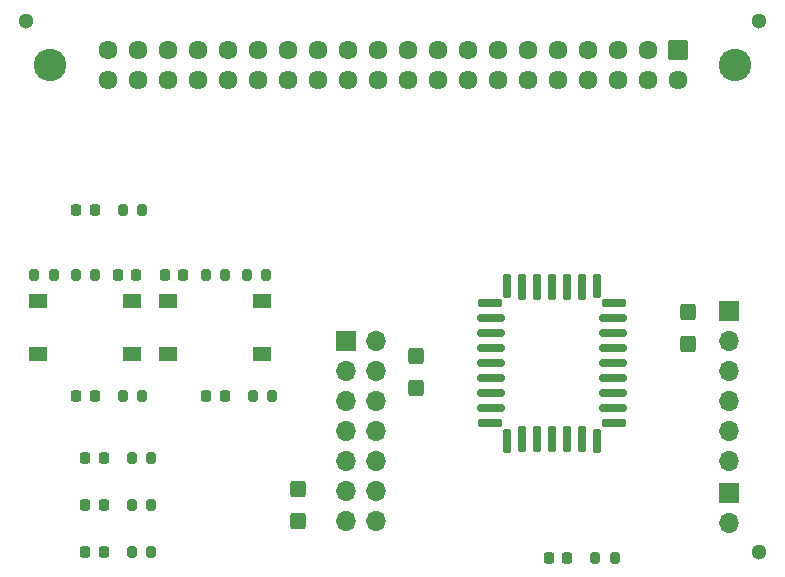
<source format=gts>
%TF.GenerationSoftware,KiCad,Pcbnew,(6.0.2)*%
%TF.CreationDate,2022-08-14T15:00:56-07:00*%
%TF.ProjectId,RaspberryPIZero-small,52617370-6265-4727-9279-50495a65726f,rev?*%
%TF.SameCoordinates,Original*%
%TF.FileFunction,Soldermask,Top*%
%TF.FilePolarity,Negative*%
%FSLAX46Y46*%
G04 Gerber Fmt 4.6, Leading zero omitted, Abs format (unit mm)*
G04 Created by KiCad (PCBNEW (6.0.2)) date 2022-08-14 15:00:56*
%MOMM*%
%LPD*%
G01*
G04 APERTURE LIST*
G04 Aperture macros list*
%AMRoundRect*
0 Rectangle with rounded corners*
0 $1 Rounding radius*
0 $2 $3 $4 $5 $6 $7 $8 $9 X,Y pos of 4 corners*
0 Add a 4 corners polygon primitive as box body*
4,1,4,$2,$3,$4,$5,$6,$7,$8,$9,$2,$3,0*
0 Add four circle primitives for the rounded corners*
1,1,$1+$1,$2,$3*
1,1,$1+$1,$4,$5*
1,1,$1+$1,$6,$7*
1,1,$1+$1,$8,$9*
0 Add four rect primitives between the rounded corners*
20,1,$1+$1,$2,$3,$4,$5,0*
20,1,$1+$1,$4,$5,$6,$7,0*
20,1,$1+$1,$6,$7,$8,$9,0*
20,1,$1+$1,$8,$9,$2,$3,0*%
G04 Aperture macros list end*
%ADD10R,1.700000X1.700000*%
%ADD11O,1.700000X1.700000*%
%ADD12RoundRect,0.150000X-0.150000X-0.987500X0.150000X-0.987500X0.150000X0.987500X-0.150000X0.987500X0*%
%ADD13RoundRect,0.150000X-0.150000X-0.887500X0.150000X-0.887500X0.150000X0.887500X-0.150000X0.887500X0*%
%ADD14RoundRect,0.150000X-0.900000X-0.150000X0.900000X-0.150000X0.900000X0.150000X-0.900000X0.150000X0*%
%ADD15RoundRect,0.152500X-0.997500X-0.152500X0.997500X-0.152500X0.997500X0.152500X-0.997500X0.152500X0*%
%ADD16RoundRect,0.150000X-1.000000X-0.150000X1.000000X-0.150000X1.000000X0.150000X-1.000000X0.150000X0*%
%ADD17R,1.550000X1.300000*%
%ADD18RoundRect,0.218750X0.218750X0.256250X-0.218750X0.256250X-0.218750X-0.256250X0.218750X-0.256250X0*%
%ADD19C,1.300000*%
%ADD20RoundRect,0.225000X0.225000X0.250000X-0.225000X0.250000X-0.225000X-0.250000X0.225000X-0.250000X0*%
%ADD21C,2.750000*%
%ADD22RoundRect,0.050800X0.754000X0.754000X-0.754000X0.754000X-0.754000X-0.754000X0.754000X-0.754000X0*%
%ADD23C,1.609600*%
%ADD24RoundRect,0.200000X0.200000X0.275000X-0.200000X0.275000X-0.200000X-0.275000X0.200000X-0.275000X0*%
%ADD25RoundRect,0.250000X-0.425000X0.450000X-0.425000X-0.450000X0.425000X-0.450000X0.425000X0.450000X0*%
%ADD26RoundRect,0.225000X-0.225000X-0.250000X0.225000X-0.250000X0.225000X0.250000X-0.225000X0.250000X0*%
%ADD27RoundRect,0.250000X0.425000X-0.450000X0.425000X0.450000X-0.425000X0.450000X-0.425000X-0.450000X0*%
%ADD28RoundRect,0.200000X-0.200000X-0.275000X0.200000X-0.275000X0.200000X0.275000X-0.200000X0.275000X0*%
G04 APERTURE END LIST*
D10*
%TO.C,J3*%
X77075198Y-75145000D03*
D11*
X79615198Y-75145000D03*
X77075198Y-77685000D03*
X79615198Y-77685000D03*
X77075198Y-80225000D03*
X79615198Y-80225000D03*
X77075198Y-82765000D03*
X79615198Y-82765000D03*
X77075198Y-85305000D03*
X79615198Y-85305000D03*
X77075198Y-87845000D03*
X79615198Y-87845000D03*
X77075198Y-90385000D03*
X79615198Y-90385000D03*
%TD*%
D10*
%TO.C,J2*%
X109460198Y-72605000D03*
D11*
X109460198Y-75145000D03*
X109460198Y-77685000D03*
X109460198Y-80225000D03*
X109460198Y-82765000D03*
X109460198Y-85305000D03*
%TD*%
D10*
%TO.C,J1*%
X109460198Y-88002481D03*
D11*
X109460198Y-90542481D03*
%TD*%
D12*
%TO.C,U1*%
X94500000Y-70562500D03*
X93230000Y-70562500D03*
X91960000Y-70562500D03*
D13*
X90690000Y-70462500D03*
D14*
X89250000Y-71920000D03*
D15*
X89350000Y-73195000D03*
D16*
X89350000Y-74460000D03*
X89350000Y-75730000D03*
X89350000Y-77000000D03*
X89350000Y-78270000D03*
X89350000Y-79540000D03*
X89350000Y-80810000D03*
D14*
X89250000Y-82080000D03*
D13*
X90690000Y-83537500D03*
D12*
X91960000Y-83437500D03*
X93230000Y-83437500D03*
X94500000Y-83437500D03*
X95770000Y-83437500D03*
X97040000Y-83437500D03*
D13*
X98310000Y-83537500D03*
D14*
X99750000Y-82080000D03*
D16*
X99650000Y-80810000D03*
X99650000Y-79540000D03*
X99650000Y-78270000D03*
X99650000Y-77000000D03*
X99650000Y-75730000D03*
X99650000Y-74460000D03*
D15*
X99650000Y-73195000D03*
D14*
X99750000Y-71920000D03*
D13*
X98310000Y-70462500D03*
D12*
X97040000Y-70562500D03*
X95770000Y-70562500D03*
%TD*%
D17*
%TO.C,SW2*%
X69980000Y-76250000D03*
X62020000Y-76250000D03*
X69980000Y-71750000D03*
X62020000Y-71750000D03*
%TD*%
D18*
%TO.C,D6*%
X55787500Y-79750000D03*
X54212500Y-79750000D03*
%TD*%
D17*
%TO.C,SW1*%
X51020000Y-76250000D03*
X58980000Y-76250000D03*
X51020000Y-71750000D03*
X58980000Y-71750000D03*
%TD*%
D19*
%TO.C,REF\u002A\u002A*%
X50000000Y-48000000D03*
%TD*%
D18*
%TO.C,D7*%
X66787500Y-79750000D03*
X65212500Y-79750000D03*
%TD*%
D20*
%TO.C,C5*%
X59275000Y-69500000D03*
X57725000Y-69500000D03*
%TD*%
D19*
%TO.C,REF\u002A\u002A*%
X112000000Y-93000000D03*
%TD*%
D18*
%TO.C,D1*%
X56537500Y-85000000D03*
X54962500Y-85000000D03*
%TD*%
D21*
%TO.C,RPI_ZERO1*%
X110000000Y-51750000D03*
X52000000Y-51750000D03*
D22*
X105130000Y-50480000D03*
D23*
X105130000Y-53020000D03*
X102590000Y-50480000D03*
X102590000Y-53020000D03*
X100050000Y-50480000D03*
X100050000Y-53020000D03*
X97510000Y-50480000D03*
X97510000Y-53020000D03*
X94970000Y-50480000D03*
X94970000Y-53020000D03*
X92430000Y-50480000D03*
X92430000Y-53020000D03*
X89890000Y-50480000D03*
X89890000Y-53020000D03*
X87350000Y-50480000D03*
X87350000Y-53020000D03*
X84810000Y-50480000D03*
X84810000Y-53020000D03*
X82270000Y-50480000D03*
X82270000Y-53020000D03*
X79730000Y-50480000D03*
X79730000Y-53020000D03*
X77190000Y-50480000D03*
X77190000Y-53020000D03*
X74650000Y-50480000D03*
X74650000Y-53020000D03*
X72110000Y-50480000D03*
X72110000Y-53020000D03*
X69570000Y-50480000D03*
X69570000Y-53020000D03*
X67030000Y-50480000D03*
X67030000Y-53020000D03*
X64490000Y-50480000D03*
X64490000Y-53020000D03*
X61950000Y-50480000D03*
X61950000Y-53020000D03*
X59410000Y-50480000D03*
X59410000Y-53020000D03*
X56870000Y-50480000D03*
X56870000Y-53020000D03*
%TD*%
D24*
%TO.C,R2*%
X60575000Y-89000000D03*
X58925000Y-89000000D03*
%TD*%
D18*
%TO.C,D3*%
X56537500Y-93000000D03*
X54962500Y-93000000D03*
%TD*%
D25*
%TO.C,C2*%
X106000000Y-72650000D03*
X106000000Y-75350000D03*
%TD*%
D24*
%TO.C,R11*%
X70825000Y-79750000D03*
X69175000Y-79750000D03*
%TD*%
D26*
%TO.C,C4*%
X61725000Y-69500000D03*
X63275000Y-69500000D03*
%TD*%
D27*
%TO.C,C3*%
X83000000Y-79100000D03*
X83000000Y-76400000D03*
%TD*%
D24*
%TO.C,R5*%
X99825000Y-93450000D03*
X98175000Y-93450000D03*
%TD*%
D18*
%TO.C,D5*%
X95787500Y-93450000D03*
X94212500Y-93450000D03*
%TD*%
D24*
%TO.C,R4*%
X59825000Y-64000000D03*
X58175000Y-64000000D03*
%TD*%
%TO.C,R6*%
X52325000Y-69500000D03*
X50675000Y-69500000D03*
%TD*%
D28*
%TO.C,R7*%
X68675000Y-69500000D03*
X70325000Y-69500000D03*
%TD*%
D24*
%TO.C,R3*%
X60575000Y-93000000D03*
X58925000Y-93000000D03*
%TD*%
%TO.C,R10*%
X59825000Y-79750000D03*
X58175000Y-79750000D03*
%TD*%
D18*
%TO.C,D2*%
X56537500Y-89000000D03*
X54962500Y-89000000D03*
%TD*%
D28*
%TO.C,R8*%
X54175000Y-69500000D03*
X55825000Y-69500000D03*
%TD*%
D24*
%TO.C,R9*%
X66825000Y-69500000D03*
X65175000Y-69500000D03*
%TD*%
D27*
%TO.C,C1*%
X73000000Y-90350000D03*
X73000000Y-87650000D03*
%TD*%
D19*
%TO.C,REF\u002A\u002A*%
X112000000Y-48000000D03*
%TD*%
D24*
%TO.C,R1*%
X60575000Y-85000000D03*
X58925000Y-85000000D03*
%TD*%
D18*
%TO.C,D4*%
X55787500Y-64000000D03*
X54212500Y-64000000D03*
%TD*%
M02*

</source>
